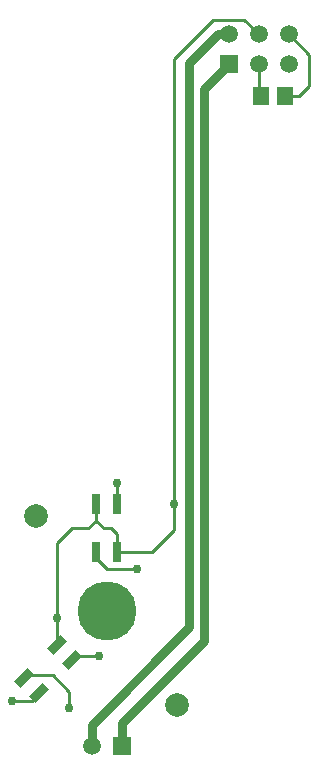
<source format=gbl>
G04 Layer_Physical_Order=2*
G04 Layer_Color=16711680*
%FSLAX25Y25*%
%MOIN*%
G70*
G01*
G75*
%ADD10R,0.03110X0.06535*%
G04:AMPARAMS|DCode=11|XSize=65.35mil|YSize=31.1mil|CornerRadius=0mil|HoleSize=0mil|Usage=FLASHONLY|Rotation=225.000|XOffset=0mil|YOffset=0mil|HoleType=Round|Shape=Rectangle|*
%AMROTATEDRECTD11*
4,1,4,0.01211,0.03410,0.03410,0.01211,-0.01211,-0.03410,-0.03410,-0.01211,0.01211,0.03410,0.0*
%
%ADD11ROTATEDRECTD11*%

%ADD12R,0.05512X0.05906*%
%ADD14C,0.01000*%
%ADD15C,0.05906*%
%ADD16R,0.05906X0.05906*%
%ADD17C,0.19685*%
%ADD18C,0.07874*%
%ADD19C,0.07874*%
%ADD20C,0.03000*%
%ADD21C,0.03000*%
D10*
X3543Y19685D02*
D03*
X-3543Y35433D02*
D03*
X3543D02*
D03*
X-3543Y19685D02*
D03*
D11*
X-16425Y-11414D02*
D03*
X-22549Y-27560D02*
D03*
X-27560Y-22549D02*
D03*
X-11414Y-16425D02*
D03*
D12*
X59437Y171500D02*
D03*
X51563D02*
D03*
D14*
X-12500Y-32500D02*
Y-27000D01*
X-18000Y-21500D02*
X-12500Y-27000D01*
X-26511Y-21500D02*
X-18000D01*
X-27560Y-22549D02*
X-26511Y-21500D01*
X-31500Y-30000D02*
X-24989D01*
X-22549Y-27560D01*
X22500Y27000D02*
Y184000D01*
X-16425Y-11414D02*
Y22500D01*
X-10000Y-15000D02*
X-2500D01*
X-11414Y-16414D02*
X-10000Y-15000D01*
X-11414Y-16425D02*
Y-16414D01*
X-12489Y-17500D02*
X-11414Y-16425D01*
X-16425Y22500D02*
X-11425Y27500D01*
X-6087D01*
X-3543Y30043D01*
X0Y14000D02*
X10000D01*
X-3543Y17543D02*
X0Y14000D01*
X-3543Y17543D02*
Y19685D01*
X3543Y35433D02*
Y42457D01*
X15185Y19685D02*
X22500Y27000D01*
X3543Y19685D02*
X15185D01*
X-1000Y27500D02*
X1500D01*
X3543Y25457D01*
Y19685D02*
Y25457D01*
X-3543Y30043D02*
X-1000Y27500D01*
X-3543Y30043D02*
Y35433D01*
X22500Y184000D02*
X35500Y197000D01*
X45795D01*
X50709Y192087D01*
Y172354D02*
Y182087D01*
Y172354D02*
X51563Y171500D01*
X59437D02*
X64000D01*
X67500Y175000D01*
X60709Y192087D02*
X67500Y185295D01*
Y175000D02*
Y185295D01*
D15*
X-5000Y-45000D02*
D03*
X40709Y192087D02*
D03*
X50709Y182087D02*
D03*
Y192087D02*
D03*
X60709Y182087D02*
D03*
Y192087D02*
D03*
D16*
X5000Y-45000D02*
D03*
X40709Y182087D02*
D03*
D17*
X-0Y-0D02*
D03*
D18*
X23622Y-31496D02*
D03*
D19*
X-23622Y31496D02*
D03*
D20*
X-12500Y-32500D02*
D03*
X-31500Y-30000D02*
D03*
X-2500Y-15000D02*
D03*
X-16500Y-2500D02*
D03*
X10000Y14000D02*
D03*
X22500Y35500D02*
D03*
X3543Y42457D02*
D03*
D21*
X27500Y-5500D02*
Y182500D01*
X37087Y192087D02*
X40709D01*
X27500Y182500D02*
X37087Y192087D01*
X-5000Y-38000D02*
X27500Y-5500D01*
X32500Y-10000D02*
Y173878D01*
X5000Y-37500D02*
X32500Y-10000D01*
X5000Y-45000D02*
Y-37500D01*
X-5000Y-45000D02*
Y-38000D01*
X32500Y173878D02*
X40709Y182087D01*
M02*

</source>
